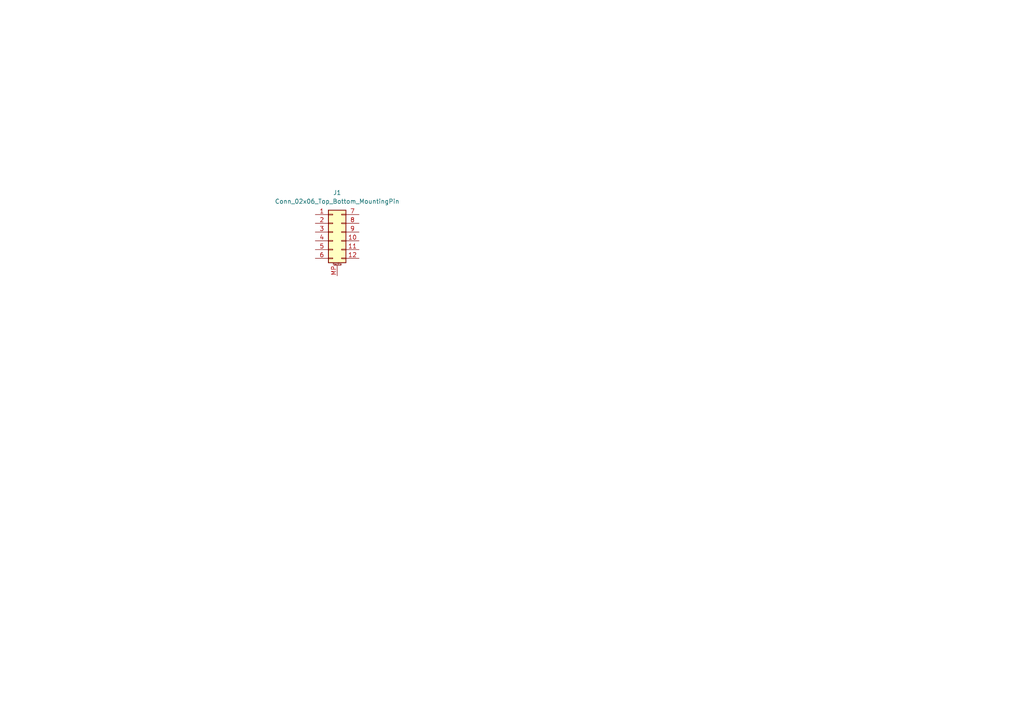
<source format=kicad_sch>
(kicad_sch (version 20231120) (generator "eeschema") (generator_version "8.0")
  (paper "A4")
  (lib_symbols
    (symbol "Connector_Generic_MountingPin:Conn_02x06_Top_Bottom_MountingPin" (pin_names (offset 1.016) hide)
      (property "Reference" "J" (at 1.27 7.62 0))
      (property "Value" "Conn_02x06_Top_Bottom_MountingPin" (at 2.54 -10.16 0))
      (symbol "Conn_02x06_Top_Bottom_MountingPin_1_1"
        (rectangle (start -1.27 -7.493) (end 0 -7.747) (stroke (width 0.1524)))
        (rectangle (start -1.27 -4.953) (end 0 -5.207) (stroke (width 0.1524)))
        (rectangle (start -1.27 -2.413) (end 0 -2.667) (stroke (width 0.1524)))
        (rectangle (start -1.27 0.127) (end 0 -0.127) (stroke (width 0.1524)))
        (rectangle (start -1.27 2.667) (end 0 2.413) (stroke (width 0.1524)))
        (rectangle (start -1.27 5.207) (end 0 4.953) (stroke (width 0.1524)))
        (rectangle (start -1.27 6.35) (end 3.81 -8.89) (stroke (width 0.254)) (fill (type background)))
        (polyline (pts (xy 0.254 -9.652) (xy 2.286 -9.652)) (stroke (width 0.1524)))
        (rectangle (start 3.81 -7.493) (end 2.54 -7.747) (stroke (width 0.1524)))
        (rectangle (start 3.81 -4.953) (end 2.54 -5.207) (stroke (width 0.1524)))
        (rectangle (start 3.81 -2.413) (end 2.54 -2.667) (stroke (width 0.1524)))
        (rectangle (start 3.81 0.127) (end 2.54 -0.127) (stroke (width 0.1524)))
        (rectangle (start 3.81 2.667) (end 2.54 2.413) (stroke (width 0.1524)))
        (rectangle (start 3.81 5.207) (end 2.54 4.953) (stroke (width 0.1524)))
        (text "Mounting" (at 1.27 -9.271 0) (effects (font (size 0.381 0.381))))
        (pin passive line (at -5.08 5.08 0) (length 3.81) (name "Pin_1") (number "1"))
        (pin passive line (at 7.62 -2.54 180) (length 3.81) (name "Pin_10") (number "10"))
        (pin passive line (at 7.62 -5.08 180) (length 3.81) (name "Pin_11") (number "11"))
        (pin passive line (at 7.62 -7.62 180) (length 3.81) (name "Pin_12") (number "12"))
        (pin passive line (at -5.08 2.54 0) (length 3.81) (name "Pin_2") (number "2"))
        (pin passive line (at -5.08 0 0) (length 3.81) (name "Pin_3") (number "3"))
        (pin passive line (at -5.08 -2.54 0) (length 3.81) (name "Pin_4") (number "4"))
        (pin passive line (at -5.08 -5.08 0) (length 3.81) (name "Pin_5") (number "5"))
        (pin passive line (at -5.08 -7.62 0) (length 3.81) (name "Pin_6") (number "6"))
        (pin passive line (at 7.62 5.08 180) (length 3.81) (name "Pin_7") (number "7"))
        (pin passive line (at 7.62 2.54 180) (length 3.81) (name "Pin_8") (number "8"))
        (pin passive line (at 7.62 0 180) (length 3.81) (name "Pin_9") (number "9"))
        (pin passive line (at 1.27 -12.7 90) (length 3.048) (name "MountPin") (number "MP"))
      )
    )
  )
  (symbol (lib_id "Connector_Generic_MountingPin:Conn_02x06_Top_Bottom_MountingPin") (at 96.52 67.31 0) (unit 1)
    (property "Reference" "J1" (at 97.79 55.88 0))
    (property "Value" "Conn_02x06_Top_Bottom_MountingPin" (at 97.79 58.42 0))
    (property "Footprint" "Connector_PinSocket_2.54mm:PinSocket_2x06_P2.54mm_Horizontal" (effects (hide yes)))
    (property "Description" "Generic connectable mounting pin connector, double row, 02x06, top/bottom pin numbering scheme (row 1: 1...pins_per_row, row2: pins_per_row+1 ... num_pins), script generated (kicad-library-utils/schlib/autogen/connector/)" (effects (hide yes)))
  )
)
</source>
